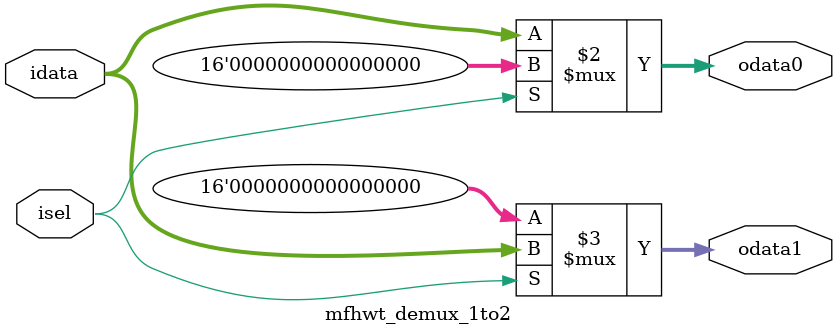
<source format=v>
module mfhwt_demux_1to2 (
							input			[15:0]	idata,
							input					isel,
							output			[15:0]	odata0,
							output			[15:0]	odata1
						);

assign		odata0 = (~isel) ? idata : 16'h0;
assign		odata1 = (isel) ? idata : 16'h0;

endmodule

</source>
